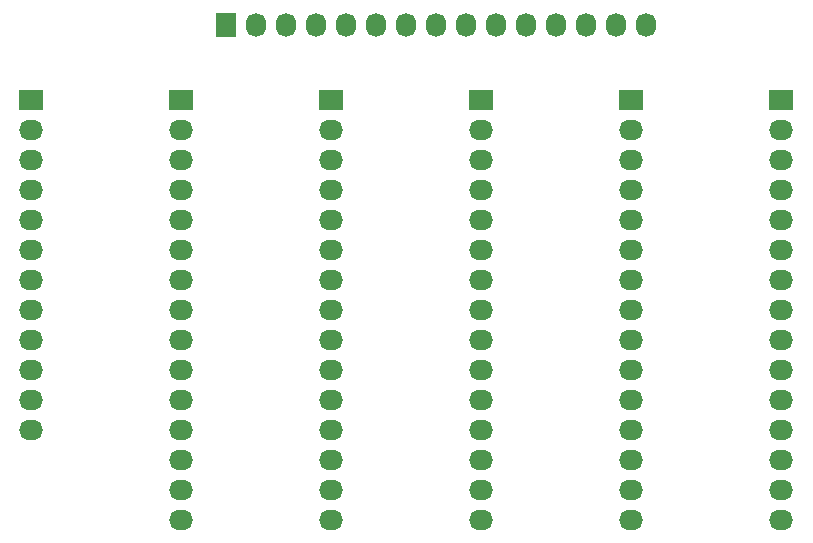
<source format=gbs>
G04 #@! TF.FileFunction,Soldermask,Bot*
%FSLAX46Y46*%
G04 Gerber Fmt 4.6, Leading zero omitted, Abs format (unit mm)*
G04 Created by KiCad (PCBNEW 4.0.2-4+6225~38~ubuntu15.10.1-stable) date Sun 27 Mar 2016 09:59:08 PM MSK*
%MOMM*%
G01*
G04 APERTURE LIST*
%ADD10C,0.020000*%
%ADD11R,2.032000X1.727200*%
%ADD12O,2.032000X1.727200*%
%ADD13R,1.727200X2.032000*%
%ADD14O,1.727200X2.032000*%
G04 APERTURE END LIST*
D10*
D11*
X125730000Y-107950000D03*
D12*
X125730000Y-110490000D03*
X125730000Y-113030000D03*
X125730000Y-115570000D03*
X125730000Y-118110000D03*
X125730000Y-120650000D03*
X125730000Y-123190000D03*
X125730000Y-125730000D03*
X125730000Y-128270000D03*
X125730000Y-130810000D03*
X125730000Y-133350000D03*
X125730000Y-135890000D03*
X125730000Y-138430000D03*
X125730000Y-140970000D03*
X125730000Y-143510000D03*
D11*
X138430000Y-107950000D03*
D12*
X138430000Y-110490000D03*
X138430000Y-113030000D03*
X138430000Y-115570000D03*
X138430000Y-118110000D03*
X138430000Y-120650000D03*
X138430000Y-123190000D03*
X138430000Y-125730000D03*
X138430000Y-128270000D03*
X138430000Y-130810000D03*
X138430000Y-133350000D03*
X138430000Y-135890000D03*
X138430000Y-138430000D03*
X138430000Y-140970000D03*
X138430000Y-143510000D03*
D11*
X100330000Y-107950000D03*
D12*
X100330000Y-110490000D03*
X100330000Y-113030000D03*
X100330000Y-115570000D03*
X100330000Y-118110000D03*
X100330000Y-120650000D03*
X100330000Y-123190000D03*
X100330000Y-125730000D03*
X100330000Y-128270000D03*
X100330000Y-130810000D03*
X100330000Y-133350000D03*
X100330000Y-135890000D03*
X100330000Y-138430000D03*
X100330000Y-140970000D03*
X100330000Y-143510000D03*
D11*
X87630000Y-107950000D03*
D12*
X87630000Y-110490000D03*
X87630000Y-113030000D03*
X87630000Y-115570000D03*
X87630000Y-118110000D03*
X87630000Y-120650000D03*
X87630000Y-123190000D03*
X87630000Y-125730000D03*
X87630000Y-128270000D03*
X87630000Y-130810000D03*
X87630000Y-133350000D03*
X87630000Y-135890000D03*
D11*
X113030000Y-107950000D03*
D12*
X113030000Y-110490000D03*
X113030000Y-113030000D03*
X113030000Y-115570000D03*
X113030000Y-118110000D03*
X113030000Y-120650000D03*
X113030000Y-123190000D03*
X113030000Y-125730000D03*
X113030000Y-128270000D03*
X113030000Y-130810000D03*
X113030000Y-133350000D03*
X113030000Y-135890000D03*
X113030000Y-138430000D03*
X113030000Y-140970000D03*
X113030000Y-143510000D03*
D11*
X151130000Y-107950000D03*
D12*
X151130000Y-110490000D03*
X151130000Y-113030000D03*
X151130000Y-115570000D03*
X151130000Y-118110000D03*
X151130000Y-120650000D03*
X151130000Y-123190000D03*
X151130000Y-125730000D03*
X151130000Y-128270000D03*
X151130000Y-130810000D03*
X151130000Y-133350000D03*
X151130000Y-135890000D03*
X151130000Y-138430000D03*
X151130000Y-140970000D03*
X151130000Y-143510000D03*
D13*
X104140000Y-101600000D03*
D14*
X106680000Y-101600000D03*
X109220000Y-101600000D03*
X111760000Y-101600000D03*
X114300000Y-101600000D03*
X116840000Y-101600000D03*
X119380000Y-101600000D03*
X121920000Y-101600000D03*
X124460000Y-101600000D03*
X127000000Y-101600000D03*
X129540000Y-101600000D03*
X132080000Y-101600000D03*
X134620000Y-101600000D03*
X137160000Y-101600000D03*
X139700000Y-101600000D03*
M02*

</source>
